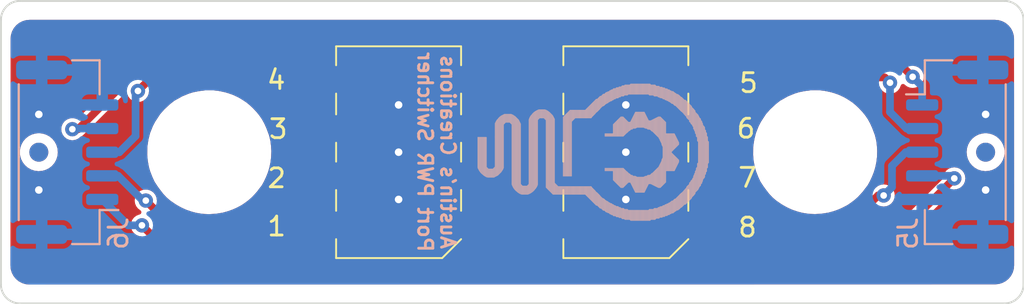
<source format=kicad_pcb>
(kicad_pcb (version 20211014) (generator pcbnew)
  (layers (0 "F.Cu" signal) (31 "B.Cu" signal) (34 "B.Paste" user) (35 "F.Paste" user) (36 "B.SilkS" user "B.Silkscreen") (37 "F.SilkS" user "F.Silkscreen") (38 "B.Mask" user) (39 "F.Mask" user) (44 "Edge.Cuts" user))
  (net 0 "")
  (net 1 "pw1")
  (net 2 "pw2")
  (net 3 "pw3")
  (net 4 "pw4")
  (net 5 "GNDREF")
  (net 6 "pw5")
  (net 7 "pw6")
  (net 8 "pw7")
  (net 9 "pw8")
  (footprint "Fiducial:Fiducial_1mm_Mask2mm" (layer "F.Cu") (at 72 26)
    (fp_text reference "FID2" hide)
    (fp_text value "Fiducial" hide)
    (pad "" smd circle (at 0 0) (size 1 1) (layers "F.Cu" "F.Mask") (clearance 0.5))
  )
  (footprint "Austins creations:4P_DIP" (layer "F.Cu") (at 53 26 180)
    (fp_text reference "SW2" hide)
    (fp_text value "SW_DIP_x04" hide)
    (pad "1" smd rect (at -3.95 -3.81 180) (size 3.3 1.2) (layers "F.Cu" "F.Paste" "F.Mask") (net 9 "pw8"))
    (pad "2" smd rect (at -3.95 -1.27 180) (size 3.3 1.2) (layers "F.Cu" "F.Paste" "F.Mask") (net 8 "pw7"))
    (pad "3" smd rect (at -3.95 1.27 180) (size 3.3 1.2) (layers "F.Cu" "F.Paste" "F.Mask") (net 7 "pw6"))
    (pad "4" smd rect (at -3.95 3.81 180) (size 3.3 1.2) (layers "F.Cu" "F.Paste" "F.Mask") (net 6 "pw5"))
    (pad "5" smd rect (at 3.95 3.81 180) (size 3.3 1.2) (layers "F.Cu" "F.Paste" "F.Mask") (net 5 "GNDREF"))
    (pad "6" smd rect (at 3.95 1.27 180) (size 3.3 1.2) (layers "F.Cu" "F.Paste" "F.Mask") (net 5 "GNDREF"))
    (pad "7" smd rect (at 3.95 -1.27 180) (size 3.3 1.2) (layers "F.Cu" "F.Paste" "F.Mask") (net 5 "GNDREF"))
    (pad "8" smd rect (at 3.95 -3.81 180) (size 3.3 1.2) (layers "F.Cu" "F.Paste" "F.Mask") (net 5 "GNDREF"))
  )
  (footprint "Fiducial:Fiducial_1mm_Mask2mm" (layer "F.Cu") (at 22 26)
    (fp_text reference "FID1" hide)
    (fp_text value "Fiducial" hide)
    (pad "" smd circle (at 0 0) (size 1 1) (layers "F.Cu" "F.Mask") (clearance 0.5))
  )
  (footprint "Austins creations:4P_DIP" (layer "F.Cu") (at 41 26 180)
    (fp_text reference "SW1" hide)
    (fp_text value "SW_DIP_x04" hide)
    (pad "1" smd rect (at -3.95 -3.81 180) (size 3.3 1.2) (layers "F.Cu" "F.Paste" "F.Mask") (net 5 "GNDREF"))
    (pad "2" smd rect (at -3.95 -1.27 180) (size 3.3 1.2) (layers "F.Cu" "F.Paste" "F.Mask") (net 5 "GNDREF"))
    (pad "3" smd rect (at -3.95 1.27 180) (size 3.3 1.2) (layers "F.Cu" "F.Paste" "F.Mask") (net 5 "GNDREF"))
    (pad "4" smd rect (at -3.95 3.81 180) (size 3.3 1.2) (layers "F.Cu" "F.Paste" "F.Mask") (net 5 "GNDREF"))
    (pad "5" smd rect (at 3.95 3.81 180) (size 3.3 1.2) (layers "F.Cu" "F.Paste" "F.Mask") (net 4 "pw4"))
    (pad "6" smd rect (at 3.95 1.27 180) (size 3.3 1.2) (layers "F.Cu" "F.Paste" "F.Mask") (net 3 "pw3"))
    (pad "7" smd rect (at 3.95 -1.27 180) (size 3.3 1.2) (layers "F.Cu" "F.Paste" "F.Mask") (net 2 "pw2"))
    (pad "8" smd rect (at 3.95 -3.81 180) (size 3.3 1.2) (layers "F.Cu" "F.Paste" "F.Mask") (net 1 "pw1"))
  )
  (footprint "MountingHole:MountingHole_3.2mm_M3" (layer "F.Cu") (at 31 26)
    (fp_text reference "H1" hide)
    (fp_text value "MountingHole" hide)
    (pad "" np_thru_hole circle locked (at 0 0) (size 3.2 3.2) (drill 3.2) (layers *.Cu *.Mask))
  )
  (footprint "MountingHole:MountingHole_3.2mm_M3" (layer "F.Cu") (at 63 26)
    (fp_text reference "H2" hide)
    (fp_text value "MountingHole" hide)
    (pad "" np_thru_hole circle locked (at 0 0) (size 3.2 3.2) (drill 3.2) (layers *.Cu *.Mask))
  )
  (footprint "Fiducial:Fiducial_1mm_Mask2mm" (layer "B.Cu") (at 72 26 180)
    (fp_text reference "FID3" hide)
    (fp_text value "Fiducial" hide)
    (pad "" smd circle (at 0 0 180) (size 1 1) (layers "B.Cu" "B.Mask") (clearance 0.5))
  )
  (footprint "Connector_JST:JST_GH_SM05B-GHS-TB_1x05-1MP_P1.25mm_Horizontal" (layer "B.Cu") (at 23.5 26 90)
    (fp_text reference "J6" (at -4.3 2.7 90) (layer "B.SilkS") (effects (justify mirror)))
    (fp_text value "Conn_01x05_MountingPin" hide)
    (pad "1" smd roundrect locked (at -2.5 1.85 90) (size 0.6 1.7) (layers "B.Cu" "B.Paste" "B.Mask") (net 1 "pw1"))
    (pad "2" smd roundrect locked (at -1.25 1.85 90) (size 0.6 1.7) (layers "B.Cu" "B.Paste" "B.Mask") (net 2 "pw2"))
    (pad "3" smd roundrect locked (at 0 1.85 90) (size 0.6 1.7) (layers "B.Cu" "B.Paste" "B.Mask") (net 3 "pw3"))
    (pad "4" smd roundrect locked (at 1.25 1.85 90) (size 0.6 1.7) (layers "B.Cu" "B.Paste" "B.Mask") (net 4 "pw4"))
    (pad "5" smd roundrect locked (at 2.5 1.85 90) (size 0.6 1.7) (layers "B.Cu" "B.Paste" "B.Mask") (net 5 "GNDREF"))
    (pad "MP" smd roundrect locked (at 4.35 -1.35 90) (size 1 2.7) (layers "B.Cu" "B.Paste" "B.Mask") (net 5 "GNDREF"))
    (pad "MP" smd roundrect locked (at -4.35 -1.35 90) (size 1 2.7) (layers "B.Cu" "B.Paste" "B.Mask") (net 5 "GNDREF"))
  )
  (footprint "Fiducial:Fiducial_1mm_Mask2mm" (layer "B.Cu") (at 22 26 180)
    (fp_text reference "FID4" hide)
    (fp_text value "Fiducial" hide)
    (pad "" smd circle (at 0 0 180) (size 1 1) (layers "B.Cu" "B.Mask") (clearance 0.5))
  )
  (footprint "logos:Creations logo med" (layer "B.Cu") (at 53.729992 25.959994 90)
    (fp_text reference "LOGO1" hide)
    (fp_text value "Creations_logo_med" hide)
  )
  (footprint "Connector_JST:JST_GH_SM05B-GHS-TB_1x05-1MP_P1.25mm_Horizontal" (layer "B.Cu") (at 70.5 26 -90)
    (fp_text reference "J5" (at 4.3 2.6 90) (layer "B.SilkS") (effects (justify mirror)))
    (fp_text value "Conn_01x05_MountingPin" hide)
    (pad "1" smd roundrect locked (at -2.5 1.85 270) (size 0.6 1.7) (layers "B.Cu" "B.Paste" "B.Mask") (net 6 "pw5"))
    (pad "2" smd roundrect locked (at -1.25 1.85 270) (size 0.6 1.7) (layers "B.Cu" "B.Paste" "B.Mask") (net 7 "pw6"))
    (pad "3" smd roundrect locked (at 0 1.85 270) (size 0.6 1.7) (layers "B.Cu" "B.Paste" "B.Mask") (net 8 "pw7"))
    (pad "4" smd roundrect locked (at 1.25 1.85 270) (size 0.6 1.7) (layers "B.Cu" "B.Paste" "B.Mask") (net 9 "pw8"))
    (pad "5" smd roundrect locked (at 2.5 1.85 270) (size 0.6 1.7) (layers "B.Cu" "B.Paste" "B.Mask") (net 5 "GNDREF"))
    (pad "MP" smd roundrect locked (at -4.35 -1.35 270) (size 1 2.7) (layers "B.Cu" "B.Paste" "B.Mask") (net 5 "GNDREF"))
    (pad "MP" smd roundrect locked (at 4.35 -1.35 270) (size 1 2.7) (layers "B.Cu" "B.Paste" "B.Mask") (net 5 "GNDREF"))
  )
  (gr_line (start 74 19) (end 74 33) (layer "Edge.Cuts") (width 0.1))
  (gr_arc (start 73 18) (mid 73.707106 18.292894) (end 74 19) (layer "Edge.Cuts") (width 0.1))
  (gr_arc (start 74 33) (mid 73.707106 33.707106) (end 73 34) (layer "Edge.Cuts") (width 0.1))
  (gr_arc (start 21 34) (mid 20.292894 33.707106) (end 20 33) (layer "Edge.Cuts") (width 0.1))
  (gr_line (start 21 34) (end 73 34) (layer "Edge.Cuts") (width 0.1))
  (gr_line (start 20 19) (end 20 33) (layer "Edge.Cuts") (width 0.1))
  (gr_arc (start 20 19) (mid 20.292894 18.292894) (end 21 18) (layer "Edge.Cuts") (width 0.1))
  (gr_line (start 21 18) (end 73 18) (layer "Edge.Cuts") (width 0.1))
  (gr_text "Austin's Creations\nPort PWR Switcher" (at 43 25.99 270) (layer "B.SilkS") (effects (font (size 0.75 0.75)) (justify mirror)))
  (gr_text "5" (at 59.48 22.34) (layer "F.SilkS") (effects (font (size 1 1))))
  (gr_text "4" (at 34.535 22.175) (layer "F.SilkS") (effects (font (size 1 1))))
  (gr_text "3" (at 34.645 24.775) (layer "F.SilkS") (effects (font (size 1 1))))
  (gr_text "8" (at 59.425 29.98) (layer "F.SilkS") (effects (font (size 1 1))))
  (gr_text "1" (at 34.56 29.925) (layer "F.SilkS") (effects (font (size 1 1))))
  (gr_text "6" (at 59.345 24.75) (layer "F.SilkS") (effects (font (size 1 1))))
  (gr_text "2" (at 34.56 27.375) (layer "F.SilkS") (effects (font (size 1 1))))
  (gr_text "7" (at 59.425 27.35) (layer "F.SilkS") (effects (font (size 1 1))))
  (segment (start 28.13092 30.55592) (end 35.01408 30.55592) (width 0.4064) (layer "F.Cu") (net 1))
  (segment (start 35.76 29.81) (end 37.05 29.81) (width 0.4064) (layer "F.Cu") (net 1))
  (segment (start 27.445 29.87) (end 28.13092 30.55592) (width 0.4064) (layer "F.Cu") (net 1))
  (segment (start 35.01408 30.55592) (end 35.76 29.81) (width 0.4064) (layer "F.Cu") (net 1))
  (via (at 27.445 29.87) (size 0.756412) (drill 0.350012) (layers "F.Cu" "B.Cu") (net 1))
  (segment (start 26.72 29.87) (end 25.35 28.5) (width 0.4064) (layer "B.Cu") (net 1))
  (segment (start 27.445 29.87) (end 26.72 29.87) (width 0.4064) (layer "B.Cu") (net 1))
  (segment (start 27.65 28.56) (end 29.04 29.95) (width 0.4064) (layer "F.Cu") (net 2))
  (segment (start 33.38 29.95) (end 36.06 27.27) (width 0.4064) (layer "F.Cu") (net 2))
  (segment (start 29.04 29.95) (end 33.38 29.95) (width 0.4064) (layer "F.Cu") (net 2))
  (segment (start 36.06 27.27) (end 37.05 27.27) (width 0.4064) (layer "F.Cu") (net 2))
  (via (at 27.65 28.56) (size 0.756412) (drill 0.350012) (layers "F.Cu" "B.Cu") (net 2))
  (segment (start 26.185 27.25) (end 25.35 27.25) (width 0.4064) (layer "B.Cu") (net 2))
  (segment (start 27.495 28.56) (end 26.185 27.25) (width 0.4064) (layer "B.Cu") (net 2))
  (segment (start 27.65 28.56) (end 27.495 28.56) (width 0.4064) (layer "B.Cu") (net 2))
  (segment (start 35.83 24.73) (end 37.05 24.73) (width 0.4064) (layer "F.Cu") (net 3))
  (segment (start 27.235 22.76) (end 27.975 22.02) (width 0.4064) (layer "F.Cu") (net 3))
  (segment (start 27.975 22.02) (end 33.12 22.02) (width 0.4064) (layer "F.Cu") (net 3))
  (segment (start 33.12 22.02) (end 35.83 24.73) (width 0.4064) (layer "F.Cu") (net 3))
  (via (at 27.235 22.76) (size 0.756412) (drill 0.350012) (layers "F.Cu" "B.Cu") (net 3))
  (segment (start 27.11 23.61) (end 27.11 22.885) (width 0.4064) (layer "B.Cu") (net 3))
  (segment (start 25.35 26) (end 26.255 26) (width 0.4064) (layer "B.Cu") (net 3))
  (segment (start 26.255 26) (end 26.91 25.345) (width 0.4064) (layer "B.Cu") (net 3))
  (segment (start 27.11 22.885) (end 27.235 22.76) (width 0.4064) (layer "B.Cu") (net 3))
  (segment (start 26.91 25.345) (end 27.11 25.145) (width 0.4064) (layer "B.Cu") (net 3))
  (segment (start 27.11 25.145) (end 27.11 23.61) (width 0.4064) (layer "B.Cu") (net 3))
  (segment (start 34.94908 21.41408) (end 35.725 22.19) (width 0.4064) (layer "F.Cu") (net 4))
  (segment (start 23.77 24.785) (end 24.074794 24.785) (width 0.4064) (layer "F.Cu") (net 4))
  (segment (start 27.445714 21.41408) (end 34.94908 21.41408) (width 0.4064) (layer "F.Cu") (net 4))
  (segment (start 24.074794 24.785) (end 27.445714 21.41408) (width 0.4064) (layer "F.Cu") (net 4))
  (segment (start 35.725 22.19) (end 37.05 22.19) (width 0.4064) (layer "F.Cu") (net 4))
  (via (at 23.77 24.785) (size 0.756412) (drill 0.350012) (layers "F.Cu" "B.Cu") (net 4))
  (segment (start 25.35 24.75) (end 23.805 24.75) (width 0.4064) (layer "B.Cu") (net 4))
  (segment (start 23.805 24.75) (end 23.77 24.785) (width 0.4064) (layer "B.Cu") (net 4))
  (via (at 41 23.5) (size 0.8) (drill 0.4) (layers "F.Cu" "B.Cu") (net 5))
  (via (at 41 28.5) (size 0.8) (drill 0.4) (layers "F.Cu" "B.Cu") (net 5))
  (via (at 72 24) (size 0.8) (drill 0.4) (layers "F.Cu" "B.Cu") (net 5))
  (via (at 53 23.5) (size 0.8) (drill 0.4) (layers "F.Cu" "B.Cu") (net 5))
  (via (at 22 28) (size 0.8) (drill 0.4) (layers "F.Cu" "B.Cu") (net 5))
  (via (at 72 28) (size 0.8) (drill 0.4) (layers "F.Cu" "B.Cu") (net 5))
  (via (at 22 24) (size 0.8) (drill 0.4) (layers "F.Cu" "B.Cu") (net 5))
  (via (at 53 26) (size 0.8) (drill 0.4) (layers "F.Cu" "B.Cu") (net 5))
  (via (at 41 26) (size 0.8) (drill 0.4) (layers "F.Cu" "B.Cu") (net 5))
  (via (at 53 28.5) (size 0.8) (drill 0.4) (layers "F.Cu" "B.Cu") (net 5))
  (segment (start 59.025 21.44) (end 58.275 22.19) (width 0.4064) (layer "F.Cu") (net 6))
  (segment (start 58.275 22.19) (end 56.95 22.19) (width 0.4064) (layer "F.Cu") (net 6))
  (segment (start 68.145 22.015) (end 67.57 21.44) (width 0.4064) (layer "F.Cu") (net 6))
  (segment (start 67.57 21.44) (end 59.025 21.44) (width 0.4064) (layer "F.Cu") (net 6))
  (via (at 68.145 22.015) (size 0.756412) (drill 0.350012) (layers "F.Cu" "B.Cu") (net 6))
  (segment (start 68.65 22.52) (end 68.65 23.5) (width 0.4064) (layer "B.Cu") (net 6))
  (segment (start 68.145 22.015) (end 68.65 22.52) (width 0.4064) (layer "B.Cu") (net 6))
  (segment (start 66.95 22.325) (end 66.67092 22.04592) (width 0.4064) (layer "F.Cu") (net 7))
  (segment (start 66.67092 22.04592) (end 60.85408 22.04592) (width 0.4064) (layer "F.Cu") (net 7))
  (segment (start 58.17 24.73) (end 56.95 24.73) (width 0.4064) (layer "F.Cu") (net 7))
  (segment (start 60.85408 22.04592) (end 58.17 24.73) (width 0.4064) (layer "F.Cu") (net 7))
  (via (at 66.95 22.325) (size 0.756412) (drill 0.350012) (layers "F.Cu" "B.Cu") (net 7))
  (segment (start 68.65 24.75) (end 67.825 24.75) (width 0.4064) (layer "B.Cu") (net 7))
  (segment (start 67.825 24.75) (end 67.005 23.93) (width 0.4064) (layer "B.Cu") (net 7))
  (segment (start 67.005 23.93) (end 66.95 23.875) (width 0.4064) (layer "B.Cu") (net 7))
  (segment (start 66.95 23.875) (end 66.95 22.325) (width 0.4064) (layer "B.Cu") (net 7))
  (segment (start 60.89908 29.93908) (end 58.23 27.27) (width 0.4064) (layer "F.Cu") (net 8))
  (segment (start 58.23 27.27) (end 56.95 27.27) (width 0.4064) (layer "F.Cu") (net 8))
  (segment (start 66.32 28.29) (end 64.67092 29.93908) (width 0.4064) (layer "F.Cu") (net 8))
  (segment (start 66.615 28.29) (end 66.32 28.29) (width 0.4064) (layer "F.Cu") (net 8))
  (segment (start 64.67092 29.93908) (end 60.89908 29.93908) (width 0.4064) (layer "F.Cu") (net 8))
  (via (at 66.615 28.29) (size 0.756412) (drill 0.350012) (layers "F.Cu" "B.Cu") (net 8))
  (segment (start 67.78 26) (end 67.585 26.195) (width 0.4064) (layer "B.Cu") (net 8))
  (segment (start 67.055 27.67) (end 67.055 27.85) (width 0.4064) (layer "B.Cu") (net 8))
  (segment (start 67.055 26.725) (end 67.055 26.97) (width 0.4064) (layer "B.Cu") (net 8))
  (segment (start 67.585 26.195) (end 67.055 26.725) (width 0.4064) (layer "B.Cu") (net 8))
  (segment (start 68.65 26) (end 67.78 26) (width 0.4064) (layer "B.Cu") (net 8))
  (segment (start 67.055 27.85) (end 66.615 28.29) (width 0.4064) (layer "B.Cu") (net 8))
  (segment (start 67.055 26.97) (end 67.055 27.67) (width 0.4064) (layer "B.Cu") (net 8))
  (segment (start 58.99 30.545) (end 58.255 29.81) (width 0.4064) (layer "F.Cu") (net 9))
  (segment (start 67.185 30.545) (end 58.99 30.545) (width 0.4064) (layer "F.Cu") (net 9))
  (segment (start 58.255 29.81) (end 56.95 29.81) (width 0.4064) (layer "F.Cu") (net 9))
  (segment (start 70.345 27.385) (end 67.185 30.545) (width 0.4064) (layer "F.Cu") (net 9))
  (via (at 70.345 27.385) (size 0.756412) (drill 0.350012) (layers "F.Cu" "B.Cu") (net 9))
  (segment (start 70.21 27.25) (end 70.345 27.385) (width 0.4064) (layer "B.Cu") (net 9))
  (segment (start 68.65 27.25) (end 70.21 27.25) (width 0.4064) (layer "B.Cu") (net 9))
  (zone (net 0) (net_name "") (layers F&B.Cu) (connect_pads (clearance 0)) (min_thickness 0.254)
    (keepout (tracks not_allowed) (vias not_allowed) (pads not_allowed) (copperpour not_allowed) (footprints allowed))
    (fill (thermal_gap 0.508) (thermal_bridge_width 0.508))
    (polygon (pts (xy 63.235109 22.725859) (xy 63.465109 22.750859) (xy 63.620109 22.780859) (xy 63.830109 22.825859) (xy 64.015109 22.880859) (xy 64.255109 22.965859) (xy 64.520109 23.090859) (xy 64.725109 23.210859) (xy 64.960109 23.365859) (xy 65.135109 23.510859) (xy 65.315109 23.680859) (xy 65.505109 23.885859) (xy 65.635109 24.045859) (xy 65.780109 24.255859) (xy 65.905109 24.485859) (xy 66.015109 24.730859) (xy 66.155109 25.105859) (xy 66.225109 25.400859) (xy 66.260109 25.680859) (xy 66.275109 25.930859) (xy 66.265109 26.250859) (xy 66.225109 26.555859) (xy 66.165109 26.830859) (xy 66.095109 27.060859) (xy 66.000109 27.300859) (xy 65.885109 27.545859) (xy 65.775109 27.745859) (xy 65.625109 27.940859) (xy 65.520109 28.080859) (xy 65.395109 28.220859) (xy 65.250109 28.375859) (xy 65.050109 28.550859) (xy 64.860109 28.690859) (xy 64.690109 28.805859) (xy 64.430109 28.940859) (xy 64.240109 29.025859) (xy 63.995109 29.115859) (xy 63.705109 29.195859) (xy 63.430109 29.240859) (xy 63.225109 29.260859) (xy 62.990109 29.275859) (xy 62.745109 29.265859) (xy 62.525109 29.240859) (xy 62.315109 29.205859) (xy 62.085109 29.145859) (xy 61.775109 29.040859) (xy 61.505109 28.915859) (xy 61.225109 28.755859) (xy 60.935109 28.555859) (xy 60.750109 28.395859) (xy 60.570109 28.205859) (xy 60.415109 28.005859) (xy 60.275109 27.815859) (xy 60.105109 27.555859) (xy 59.990109 27.305859) (xy 59.870109 26.995859) (xy 59.810109 26.785859) (xy 59.750109 26.465859) (xy 59.720109 26.140859) (xy 59.725109 25.725859) (xy 59.755109 25.510859) (xy 59.790109 25.300859) (xy 59.870109 24.985859) (xy 60.015109 24.620859) (xy 60.135109 24.390859) (xy 60.400109 23.985859) (xy 60.620109 23.735859) (xy 60.920109 23.455859) (xy 61.150109 23.275859) (xy 61.570109 23.040859) (xy 61.925109 22.895859) (xy 62.150109 22.825859) (xy 62.460109 22.765859) (xy 62.775109 22.725859) (xy 62.990109 22.720859) (xy 62.995109 22.720859)))
  )
  (zone (net 5) (net_name "GNDREF") (layers F&B.Cu) (connect_pads (clearance 0.2032)) (min_thickness 0.254) (fill yes (thermal_gap 0.254) (thermal_bridge_width 0.6096) (smoothing fillet) (radius 1))
    (polygon (pts (xy 73.5 19) (xy 73.505094 32.990094) (xy 20.500094 33.000094) (xy 20.510094 19)))
  )
  (zone (net 0) (net_name "") (layers F&B.Cu) (connect_pads (clearance 0)) (min_thickness 0.254)
    (keepout (tracks not_allowed) (vias not_allowed) (pads not_allowed) (copperpour not_allowed) (footprints allowed))
    (fill (thermal_gap 0.508) (thermal_bridge_width 0.508))
    (polygon (pts (xy 31.24 22.73) (xy 31.47 22.755) (xy 31.625 22.785) (xy 31.835 22.83) (xy 32.02 22.885) (xy 32.26 22.97) (xy 32.525 23.095) (xy 32.73 23.215) (xy 32.965 23.37) (xy 33.14 23.515) (xy 33.32 23.685) (xy 33.51 23.89) (xy 33.64 24.05) (xy 33.785 24.26) (xy 33.91 24.49) (xy 34.02 24.735) (xy 34.16 25.11) (xy 34.23 25.405) (xy 34.265 25.685) (xy 34.28 25.935) (xy 34.27 26.255) (xy 34.23 26.56) (xy 34.17 26.835) (xy 34.1 27.065) (xy 34.005 27.305) (xy 33.89 27.55) (xy 33.78 27.75) (xy 33.63 27.945) (xy 33.525 28.085) (xy 33.4 28.225) (xy 33.255 28.38) (xy 33.055 28.555) (xy 32.865 28.695) (xy 32.695 28.81) (xy 32.435 28.945) (xy 32.245 29.03) (xy 32 29.12) (xy 31.71 29.2) (xy 31.435 29.245) (xy 31.23 29.265) (xy 30.995 29.28) (xy 30.75 29.27) (xy 30.53 29.245) (xy 30.32 29.21) (xy 30.09 29.15) (xy 29.78 29.045) (xy 29.51 28.92) (xy 29.23 28.76) (xy 28.94 28.56) (xy 28.755 28.4) (xy 28.575 28.21) (xy 28.42 28.01) (xy 28.28 27.82) (xy 28.11 27.56) (xy 27.995 27.31) (xy 27.875 27) (xy 27.815 26.79) (xy 27.755 26.47) (xy 27.725 26.145) (xy 27.73 25.73) (xy 27.76 25.515) (xy 27.795 25.305) (xy 27.875 24.99) (xy 28.02 24.625) (xy 28.14 24.395) (xy 28.405 23.99) (xy 28.625 23.74) (xy 28.925 23.46) (xy 29.155 23.28) (xy 29.575 23.045) (xy 29.93 22.9) (xy 30.155 22.83) (xy 30.465 22.77) (xy 30.78 22.73) (xy 30.995 22.725) (xy 31 22.725)))
  )
)
</source>
